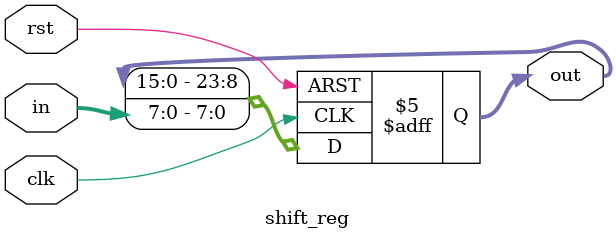
<source format=v>
module shift_reg #(
    parameter bits = 8,
    parameter N =3
) (
    input clk,
    input rst,
    input [bits-1: 0] in,
    output reg [bits*N-1:0] out= 0
);

	 integer i;
    always @ (posedge clk or negedge rst) begin
        if(!rst) begin
            out = {bits*N{1'b0}};
        end else begin
            out[bits-1 : 0] <= in;
            for(i = 1; i < N; i = i + 1) begin
                out[bits*(i) +: bits] <= out[bits*(i-1) +: bits];
            end
        end
    end

endmodule
</source>
